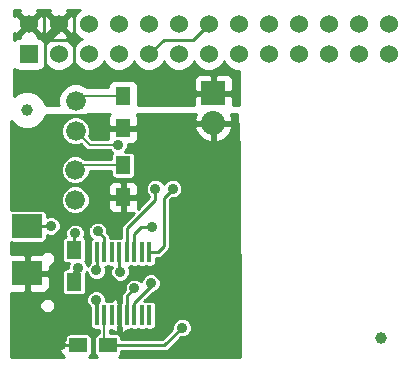
<source format=gbr>
G04 #@! TF.FileFunction,Copper,L1,Top,Signal*
%FSLAX46Y46*%
G04 Gerber Fmt 4.6, Leading zero omitted, Abs format (unit mm)*
G04 Created by KiCad (PCBNEW 4.0.1-stable) date 4/22/2016 1:25:18 PM*
%MOMM*%
G01*
G04 APERTURE LIST*
%ADD10C,0.150000*%
%ADD11R,1.500000X1.250000*%
%ADD12R,2.500000X2.000000*%
%ADD13C,1.000000*%
%ADD14R,0.406400X1.651000*%
%ADD15R,1.524000X1.524000*%
%ADD16C,1.524000*%
%ADD17C,1.676400*%
%ADD18R,1.300000X1.500000*%
%ADD19R,2.032000X2.032000*%
%ADD20O,2.032000X2.032000*%
%ADD21C,0.889000*%
%ADD22C,0.254000*%
%ADD23C,0.203200*%
G04 APERTURE END LIST*
D10*
D11*
X8616000Y-29083000D03*
X6116000Y-29083000D03*
D12*
X1800000Y-23000000D03*
X1800000Y-19000000D03*
D13*
X1778000Y-9144000D03*
X31750000Y-28448000D03*
D14*
X10223500Y-21209000D03*
X9588500Y-21209000D03*
X8953500Y-21209000D03*
X8318500Y-21209000D03*
X12128500Y-26543000D03*
X12128500Y-21209000D03*
X11493500Y-21209000D03*
X10858500Y-21209000D03*
X7683500Y-26543000D03*
X8318500Y-26543000D03*
X8953500Y-26543000D03*
X9588500Y-26543000D03*
X10223500Y-26543000D03*
X10858500Y-26543000D03*
X7683500Y-21209000D03*
X11493500Y-26543000D03*
D15*
X1905000Y-4445000D03*
D16*
X1905000Y-1905000D03*
X4445000Y-4445000D03*
X4445000Y-1905000D03*
X6985000Y-4445000D03*
X6985000Y-1905000D03*
X9525000Y-4445000D03*
X9525000Y-1905000D03*
X12065000Y-4445000D03*
X12065000Y-1905000D03*
X14605000Y-4445000D03*
X14605000Y-1905000D03*
X17145000Y-4445000D03*
X17145000Y-1905000D03*
X19685000Y-4445000D03*
X19685000Y-1905000D03*
X22225000Y-4445000D03*
X22225000Y-1905000D03*
X24765000Y-4445000D03*
X24765000Y-1905000D03*
X27305000Y-4445000D03*
X27305000Y-1905000D03*
X29845000Y-4445000D03*
X29845000Y-1905000D03*
X32385000Y-4445000D03*
X32385000Y-1905000D03*
D17*
X5842000Y-14224000D03*
X5842000Y-16764000D03*
X5880000Y-8380000D03*
X5880000Y-10920000D03*
D18*
X5760000Y-23690000D03*
X5760000Y-20990000D03*
X9906000Y-16526500D03*
X9906000Y-13826500D03*
X9906000Y-10684500D03*
X9906000Y-7984500D03*
D19*
X17550000Y-7730000D03*
D20*
X17550000Y-10270000D03*
D21*
X14908000Y-27584000D03*
X12382500Y-19050000D03*
X4980000Y-25900000D03*
X7620000Y-25240000D03*
X7650000Y-22740000D03*
X4622800Y-29083000D03*
X5840000Y-19600000D03*
X10858500Y-24257000D03*
X9652000Y-22860000D03*
X3790000Y-18960000D03*
X12636500Y-15811500D03*
X12255500Y-23812500D03*
X9460000Y-12100000D03*
X7747000Y-19431000D03*
X14097000Y-15811500D03*
X6080000Y-22500000D03*
D22*
X8318500Y-29083000D02*
X13409000Y-29083000D01*
X13409000Y-29083000D02*
X14908000Y-27584000D01*
X11430000Y-19050000D02*
X12382500Y-19050000D01*
X10858500Y-21209000D02*
X10858500Y-19621500D01*
X10858500Y-19621500D02*
X11430000Y-19050000D01*
D23*
X8318500Y-26543000D02*
X8318500Y-29083000D01*
D22*
X10858500Y-19621500D02*
X11430000Y-19050000D01*
X4445000Y-1905000D02*
X4445000Y-2445000D01*
X4445000Y-2445000D02*
X3330000Y-3560000D01*
X3330000Y-3560000D02*
X3330000Y-5870000D01*
X3330000Y-5870000D02*
X3410000Y-5950000D01*
X3224000Y-3200000D02*
X3224000Y-914000D01*
X5764000Y-3200000D02*
X5764000Y-914000D01*
X3224000Y-3200000D02*
X5764000Y-3200000D01*
X5764000Y-3200000D02*
X5764000Y-5232000D01*
X1905000Y-1905000D02*
X1929000Y-1905000D01*
X1929000Y-1905000D02*
X3224000Y-3200000D01*
X7683500Y-25303500D02*
X7620000Y-25240000D01*
X7683500Y-26543000D02*
X7683500Y-25303500D01*
X7650000Y-22740000D02*
X7683500Y-22706500D01*
X7683500Y-22706500D02*
X7683500Y-21209000D01*
X6116000Y-29083000D02*
X4622800Y-29083000D01*
X5989000Y-29210000D02*
X6116000Y-29083000D01*
X5760000Y-19680000D02*
X5840000Y-19600000D01*
X5760000Y-20990000D02*
X5760000Y-19680000D01*
X12065000Y-4445000D02*
X12139000Y-4445000D01*
X12139000Y-4445000D02*
X13384000Y-3200000D01*
X13384000Y-3200000D02*
X15850000Y-3200000D01*
X15850000Y-3200000D02*
X17145000Y-1905000D01*
X10223500Y-26543000D02*
X10223500Y-24892000D01*
X10223500Y-24892000D02*
X10858500Y-24257000D01*
X9588500Y-21209000D02*
X9588500Y-22796500D01*
X9588500Y-22796500D02*
X9652000Y-22860000D01*
X3750000Y-19000000D02*
X3790000Y-18960000D01*
X1800000Y-19000000D02*
X3750000Y-19000000D01*
X10223500Y-21209000D02*
X10223500Y-19177000D01*
X10223500Y-19177000D02*
X12636500Y-16764000D01*
X12636500Y-16764000D02*
X12636500Y-15811500D01*
D23*
X6239500Y-13826500D02*
X5842000Y-14224000D01*
X9906000Y-13826500D02*
X6239500Y-13826500D01*
X6275500Y-7984500D02*
X5880000Y-8380000D01*
X9906000Y-7984500D02*
X6275500Y-7984500D01*
D22*
X10858500Y-26543000D02*
X10858500Y-25463500D01*
X10858500Y-25463500D02*
X12255500Y-24066500D01*
X12255500Y-24066500D02*
X12255500Y-23812500D01*
D23*
X7060000Y-12100000D02*
X5880000Y-10920000D01*
X9460000Y-12100000D02*
X7060000Y-12100000D01*
D22*
X8318500Y-21209000D02*
X8318500Y-20002500D01*
X8318500Y-20002500D02*
X7747000Y-19431000D01*
X12065000Y-1905000D02*
X12065000Y-2032000D01*
X12128500Y-21209000D02*
X12827000Y-21209000D01*
X12827000Y-21209000D02*
X13335000Y-20701000D01*
X13335000Y-20701000D02*
X13335000Y-16573500D01*
X13335000Y-16573500D02*
X14097000Y-15811500D01*
X5760000Y-22820000D02*
X5760000Y-23690000D01*
X6080000Y-22500000D02*
X5760000Y-22820000D01*
X5760000Y-23380000D02*
X5760000Y-23690000D01*
G36*
X6400512Y-3174949D02*
X6194697Y-3259990D01*
X5801371Y-3652630D01*
X5715050Y-3860512D01*
X5630010Y-3654697D01*
X5237370Y-3261371D01*
X5045272Y-3181605D01*
X5176143Y-3127397D01*
X5245608Y-2885213D01*
X4445000Y-2084605D01*
X4265395Y-2264210D01*
X4265395Y-1905000D01*
X3464787Y-1104392D01*
X3222603Y-1173857D01*
X3178547Y-1297344D01*
X3127397Y-1173857D01*
X2885213Y-1104392D01*
X2084605Y-1905000D01*
X2885213Y-2705608D01*
X3127397Y-2636143D01*
X3171452Y-2512655D01*
X3222603Y-2636143D01*
X3464787Y-2705608D01*
X4265395Y-1905000D01*
X4265395Y-2264210D01*
X3644392Y-2885213D01*
X3713857Y-3127397D01*
X3854317Y-3177508D01*
X3654697Y-3259990D01*
X3300892Y-3613177D01*
X3267463Y-3440877D01*
X3127673Y-3228073D01*
X2916640Y-3085623D01*
X2667000Y-3035560D01*
X2662484Y-3035560D01*
X2705608Y-2885213D01*
X1905000Y-2084605D01*
X1104392Y-2885213D01*
X1147515Y-3035560D01*
X1143000Y-3035560D01*
X900877Y-3082537D01*
X688073Y-3222327D01*
X685000Y-3226879D01*
X685000Y-2636830D01*
X924787Y-2705608D01*
X1725395Y-1905000D01*
X924787Y-1104392D01*
X685000Y-1173169D01*
X685000Y-685000D01*
X1173169Y-685000D01*
X1104392Y-924787D01*
X1905000Y-1725395D01*
X2705608Y-924787D01*
X2636830Y-685000D01*
X3713169Y-685000D01*
X3644392Y-924787D01*
X4445000Y-1725395D01*
X5245608Y-924787D01*
X5176830Y-685000D01*
X6279379Y-685000D01*
X6194697Y-719990D01*
X5801371Y-1112630D01*
X5721605Y-1304727D01*
X5667397Y-1173857D01*
X5425213Y-1104392D01*
X4624605Y-1905000D01*
X5425213Y-2705608D01*
X5667397Y-2636143D01*
X5717508Y-2495682D01*
X5799990Y-2695303D01*
X6192630Y-3088629D01*
X6400512Y-3174949D01*
X6400512Y-3174949D01*
G37*
X6400512Y-3174949D02*
X6194697Y-3259990D01*
X5801371Y-3652630D01*
X5715050Y-3860512D01*
X5630010Y-3654697D01*
X5237370Y-3261371D01*
X5045272Y-3181605D01*
X5176143Y-3127397D01*
X5245608Y-2885213D01*
X4445000Y-2084605D01*
X4265395Y-2264210D01*
X4265395Y-1905000D01*
X3464787Y-1104392D01*
X3222603Y-1173857D01*
X3178547Y-1297344D01*
X3127397Y-1173857D01*
X2885213Y-1104392D01*
X2084605Y-1905000D01*
X2885213Y-2705608D01*
X3127397Y-2636143D01*
X3171452Y-2512655D01*
X3222603Y-2636143D01*
X3464787Y-2705608D01*
X4265395Y-1905000D01*
X4265395Y-2264210D01*
X3644392Y-2885213D01*
X3713857Y-3127397D01*
X3854317Y-3177508D01*
X3654697Y-3259990D01*
X3300892Y-3613177D01*
X3267463Y-3440877D01*
X3127673Y-3228073D01*
X2916640Y-3085623D01*
X2667000Y-3035560D01*
X2662484Y-3035560D01*
X2705608Y-2885213D01*
X1905000Y-2084605D01*
X1104392Y-2885213D01*
X1147515Y-3035560D01*
X1143000Y-3035560D01*
X900877Y-3082537D01*
X688073Y-3222327D01*
X685000Y-3226879D01*
X685000Y-2636830D01*
X924787Y-2705608D01*
X1725395Y-1905000D01*
X924787Y-1104392D01*
X685000Y-1173169D01*
X685000Y-685000D01*
X1173169Y-685000D01*
X1104392Y-924787D01*
X1905000Y-1725395D01*
X2705608Y-924787D01*
X2636830Y-685000D01*
X3713169Y-685000D01*
X3644392Y-924787D01*
X4445000Y-1725395D01*
X5245608Y-924787D01*
X5176830Y-685000D01*
X6279379Y-685000D01*
X6194697Y-719990D01*
X5801371Y-1112630D01*
X5721605Y-1304727D01*
X5667397Y-1173857D01*
X5425213Y-1104392D01*
X4624605Y-1905000D01*
X5425213Y-2705608D01*
X5667397Y-2636143D01*
X5717508Y-2495682D01*
X5799990Y-2695303D01*
X6192630Y-3088629D01*
X6400512Y-3174949D01*
G36*
X19685000Y-8763000D02*
X19201000Y-8763000D01*
X19201000Y-8619691D01*
X19201000Y-8015750D01*
X19201000Y-7444250D01*
X19201000Y-6840309D01*
X19201000Y-6587690D01*
X19104327Y-6354301D01*
X18925698Y-6175673D01*
X18692309Y-6079000D01*
X17835750Y-6079000D01*
X17677000Y-6237750D01*
X17677000Y-7603000D01*
X19042250Y-7603000D01*
X19201000Y-7444250D01*
X19201000Y-8015750D01*
X19042250Y-7857000D01*
X17677000Y-7857000D01*
X17677000Y-7877000D01*
X17423000Y-7877000D01*
X17423000Y-7857000D01*
X17423000Y-7603000D01*
X17423000Y-6237750D01*
X17264250Y-6079000D01*
X16407691Y-6079000D01*
X16174302Y-6175673D01*
X15995673Y-6354301D01*
X15899000Y-6587690D01*
X15899000Y-6840309D01*
X15899000Y-7444250D01*
X16057750Y-7603000D01*
X17423000Y-7603000D01*
X17423000Y-7857000D01*
X16057750Y-7857000D01*
X15899000Y-8015750D01*
X15899000Y-8619691D01*
X15899000Y-8763000D01*
X11197724Y-8763000D01*
X11203440Y-8734500D01*
X11203440Y-7234500D01*
X11156463Y-6992377D01*
X11016673Y-6779573D01*
X10805640Y-6637123D01*
X10556000Y-6587060D01*
X9256000Y-6587060D01*
X9013877Y-6634037D01*
X8801073Y-6773827D01*
X8658623Y-6984860D01*
X8608560Y-7234500D01*
X8608560Y-7247900D01*
X6831478Y-7247900D01*
X6715591Y-7131810D01*
X6174323Y-6907056D01*
X5588248Y-6906545D01*
X5046589Y-7130353D01*
X4631810Y-7544409D01*
X4407056Y-8085677D01*
X4406545Y-8671752D01*
X4444247Y-8763000D01*
X3380990Y-8763000D01*
X3158108Y-8223582D01*
X2700825Y-7765501D01*
X2103050Y-7517283D01*
X1455789Y-7516718D01*
X857582Y-7763892D01*
X685000Y-7936173D01*
X685000Y-5663731D01*
X893360Y-5804377D01*
X1143000Y-5854440D01*
X2667000Y-5854440D01*
X2909123Y-5807463D01*
X3121927Y-5667673D01*
X3264377Y-5456640D01*
X3300604Y-5275988D01*
X3652630Y-5628629D01*
X4165900Y-5841757D01*
X4721661Y-5842242D01*
X5235303Y-5630010D01*
X5628629Y-5237370D01*
X5714949Y-5029487D01*
X5799990Y-5235303D01*
X6192630Y-5628629D01*
X6705900Y-5841757D01*
X7261661Y-5842242D01*
X7775303Y-5630010D01*
X8168629Y-5237370D01*
X8254949Y-5029487D01*
X8339990Y-5235303D01*
X8732630Y-5628629D01*
X9245900Y-5841757D01*
X9801661Y-5842242D01*
X10315303Y-5630010D01*
X10708629Y-5237370D01*
X10794949Y-5029487D01*
X10879990Y-5235303D01*
X11272630Y-5628629D01*
X11785900Y-5841757D01*
X12341661Y-5842242D01*
X12855303Y-5630010D01*
X13248629Y-5237370D01*
X13334949Y-5029487D01*
X13419990Y-5235303D01*
X13812630Y-5628629D01*
X14325900Y-5841757D01*
X14881661Y-5842242D01*
X15395303Y-5630010D01*
X15788629Y-5237370D01*
X15874949Y-5029487D01*
X15959990Y-5235303D01*
X16352630Y-5628629D01*
X16865900Y-5841757D01*
X17421661Y-5842242D01*
X17935303Y-5630010D01*
X18328629Y-5237370D01*
X18414949Y-5029487D01*
X18499990Y-5235303D01*
X18892630Y-5628629D01*
X19405900Y-5841757D01*
X19685000Y-5842000D01*
X19685000Y-8763000D01*
X19685000Y-8763000D01*
G37*
X19685000Y-8763000D02*
X19201000Y-8763000D01*
X19201000Y-8619691D01*
X19201000Y-8015750D01*
X19201000Y-7444250D01*
X19201000Y-6840309D01*
X19201000Y-6587690D01*
X19104327Y-6354301D01*
X18925698Y-6175673D01*
X18692309Y-6079000D01*
X17835750Y-6079000D01*
X17677000Y-6237750D01*
X17677000Y-7603000D01*
X19042250Y-7603000D01*
X19201000Y-7444250D01*
X19201000Y-8015750D01*
X19042250Y-7857000D01*
X17677000Y-7857000D01*
X17677000Y-7877000D01*
X17423000Y-7877000D01*
X17423000Y-7857000D01*
X17423000Y-7603000D01*
X17423000Y-6237750D01*
X17264250Y-6079000D01*
X16407691Y-6079000D01*
X16174302Y-6175673D01*
X15995673Y-6354301D01*
X15899000Y-6587690D01*
X15899000Y-6840309D01*
X15899000Y-7444250D01*
X16057750Y-7603000D01*
X17423000Y-7603000D01*
X17423000Y-7857000D01*
X16057750Y-7857000D01*
X15899000Y-8015750D01*
X15899000Y-8619691D01*
X15899000Y-8763000D01*
X11197724Y-8763000D01*
X11203440Y-8734500D01*
X11203440Y-7234500D01*
X11156463Y-6992377D01*
X11016673Y-6779573D01*
X10805640Y-6637123D01*
X10556000Y-6587060D01*
X9256000Y-6587060D01*
X9013877Y-6634037D01*
X8801073Y-6773827D01*
X8658623Y-6984860D01*
X8608560Y-7234500D01*
X8608560Y-7247900D01*
X6831478Y-7247900D01*
X6715591Y-7131810D01*
X6174323Y-6907056D01*
X5588248Y-6906545D01*
X5046589Y-7130353D01*
X4631810Y-7544409D01*
X4407056Y-8085677D01*
X4406545Y-8671752D01*
X4444247Y-8763000D01*
X3380990Y-8763000D01*
X3158108Y-8223582D01*
X2700825Y-7765501D01*
X2103050Y-7517283D01*
X1455789Y-7516718D01*
X857582Y-7763892D01*
X685000Y-7936173D01*
X685000Y-5663731D01*
X893360Y-5804377D01*
X1143000Y-5854440D01*
X2667000Y-5854440D01*
X2909123Y-5807463D01*
X3121927Y-5667673D01*
X3264377Y-5456640D01*
X3300604Y-5275988D01*
X3652630Y-5628629D01*
X4165900Y-5841757D01*
X4721661Y-5842242D01*
X5235303Y-5630010D01*
X5628629Y-5237370D01*
X5714949Y-5029487D01*
X5799990Y-5235303D01*
X6192630Y-5628629D01*
X6705900Y-5841757D01*
X7261661Y-5842242D01*
X7775303Y-5630010D01*
X8168629Y-5237370D01*
X8254949Y-5029487D01*
X8339990Y-5235303D01*
X8732630Y-5628629D01*
X9245900Y-5841757D01*
X9801661Y-5842242D01*
X10315303Y-5630010D01*
X10708629Y-5237370D01*
X10794949Y-5029487D01*
X10879990Y-5235303D01*
X11272630Y-5628629D01*
X11785900Y-5841757D01*
X12341661Y-5842242D01*
X12855303Y-5630010D01*
X13248629Y-5237370D01*
X13334949Y-5029487D01*
X13419990Y-5235303D01*
X13812630Y-5628629D01*
X14325900Y-5841757D01*
X14881661Y-5842242D01*
X15395303Y-5630010D01*
X15788629Y-5237370D01*
X15874949Y-5029487D01*
X15959990Y-5235303D01*
X16352630Y-5628629D01*
X16865900Y-5841757D01*
X17421661Y-5842242D01*
X17935303Y-5630010D01*
X18328629Y-5237370D01*
X18414949Y-5029487D01*
X18499990Y-5235303D01*
X18892630Y-5628629D01*
X19405900Y-5841757D01*
X19685000Y-5842000D01*
X19685000Y-8763000D01*
G36*
X19809937Y-30049000D02*
X19155975Y-30049000D01*
X19155975Y-10652944D01*
X19036836Y-10397000D01*
X17677000Y-10397000D01*
X17677000Y-11757367D01*
X17932946Y-11875983D01*
X18518379Y-11607188D01*
X18956385Y-11134818D01*
X19155975Y-10652944D01*
X19155975Y-30049000D01*
X17423000Y-30049000D01*
X17423000Y-11757367D01*
X17423000Y-10397000D01*
X16063164Y-10397000D01*
X15944025Y-10652944D01*
X16143615Y-11134818D01*
X16581621Y-11607188D01*
X17167054Y-11875983D01*
X17423000Y-11757367D01*
X17423000Y-30049000D01*
X9540621Y-30049000D01*
X9638956Y-29984404D01*
X9724426Y-29857784D01*
X9754464Y-29708000D01*
X9754464Y-29591000D01*
X13409000Y-29591000D01*
X13603403Y-29552331D01*
X13768210Y-29442210D01*
X14801012Y-28409407D01*
X15071482Y-28409643D01*
X15374998Y-28284233D01*
X15607417Y-28052219D01*
X15733357Y-27748923D01*
X15733643Y-27420518D01*
X15608233Y-27117002D01*
X15376219Y-26884583D01*
X15072923Y-26758643D01*
X14922643Y-26758512D01*
X14922643Y-15648018D01*
X14797233Y-15344502D01*
X14565219Y-15112083D01*
X14261923Y-14986143D01*
X13933518Y-14985857D01*
X13630002Y-15111267D01*
X13397583Y-15343281D01*
X13366829Y-15417342D01*
X13336733Y-15344502D01*
X13104719Y-15112083D01*
X12801423Y-14986143D01*
X12473018Y-14985857D01*
X12169502Y-15111267D01*
X11937083Y-15343281D01*
X11811143Y-15646577D01*
X11810857Y-15974982D01*
X11936267Y-16278498D01*
X12128500Y-16471066D01*
X12128500Y-16553580D01*
X11128582Y-17553497D01*
X11191000Y-17402809D01*
X11191000Y-16812250D01*
X11191000Y-16240750D01*
X11191000Y-15650191D01*
X11191000Y-11560809D01*
X11191000Y-10970250D01*
X11032250Y-10811500D01*
X10033000Y-10811500D01*
X10033000Y-10831500D01*
X9779000Y-10831500D01*
X9779000Y-10811500D01*
X8779750Y-10811500D01*
X8621000Y-10970250D01*
X8621000Y-11560809D01*
X8644440Y-11617400D01*
X7259900Y-11617400D01*
X7013046Y-11370546D01*
X7098988Y-11163578D01*
X7099412Y-10678550D01*
X6914191Y-10230281D01*
X6571523Y-9887015D01*
X6123578Y-9701012D01*
X5638550Y-9700588D01*
X5190281Y-9885809D01*
X4847015Y-10228477D01*
X4661012Y-10676422D01*
X4660588Y-11161450D01*
X4845809Y-11609719D01*
X5188477Y-11952985D01*
X5636422Y-12138988D01*
X6121450Y-12139412D01*
X6330524Y-12053024D01*
X6718750Y-12441250D01*
X6875317Y-12545864D01*
X7060000Y-12582600D01*
X8775341Y-12582600D01*
X8988730Y-12796360D01*
X8983044Y-12800096D01*
X8897574Y-12926716D01*
X8867536Y-13076500D01*
X8867536Y-13343900D01*
X6686141Y-13343900D01*
X6533523Y-13191015D01*
X6085578Y-13005012D01*
X5600550Y-13004588D01*
X5152281Y-13189809D01*
X4809015Y-13532477D01*
X4623012Y-13980422D01*
X4622588Y-14465450D01*
X4807809Y-14913719D01*
X5150477Y-15256985D01*
X5598422Y-15442988D01*
X6083450Y-15443412D01*
X6531719Y-15258191D01*
X6874985Y-14915523D01*
X7060988Y-14467578D01*
X7061126Y-14309100D01*
X8867536Y-14309100D01*
X8867536Y-14576500D01*
X8895722Y-14721774D01*
X8979596Y-14849456D01*
X9106216Y-14934926D01*
X9256000Y-14964964D01*
X10556000Y-14964964D01*
X10701274Y-14936778D01*
X10828956Y-14852904D01*
X10914426Y-14726284D01*
X10944464Y-14576500D01*
X10944464Y-13076500D01*
X10916278Y-12931226D01*
X10832404Y-12803544D01*
X10705784Y-12718074D01*
X10556000Y-12688036D01*
X10039390Y-12688036D01*
X10159417Y-12568219D01*
X10285357Y-12264923D01*
X10285527Y-12069500D01*
X10429691Y-12069500D01*
X10682310Y-12069500D01*
X10915699Y-11972827D01*
X11094327Y-11794198D01*
X11191000Y-11560809D01*
X11191000Y-15650191D01*
X11094327Y-15416802D01*
X10915699Y-15238173D01*
X10682310Y-15141500D01*
X10429691Y-15141500D01*
X10191750Y-15141500D01*
X10033000Y-15300250D01*
X10033000Y-16399500D01*
X11032250Y-16399500D01*
X11191000Y-16240750D01*
X11191000Y-16812250D01*
X11032250Y-16653500D01*
X10033000Y-16653500D01*
X10033000Y-17752750D01*
X10191750Y-17911500D01*
X10429691Y-17911500D01*
X10682310Y-17911500D01*
X10832996Y-17849083D01*
X9864290Y-18817790D01*
X9779000Y-18945434D01*
X9779000Y-17752750D01*
X9779000Y-16653500D01*
X9779000Y-16399500D01*
X9779000Y-15300250D01*
X9620250Y-15141500D01*
X9382309Y-15141500D01*
X9129690Y-15141500D01*
X8896301Y-15238173D01*
X8717673Y-15416802D01*
X8621000Y-15650191D01*
X8621000Y-16240750D01*
X8779750Y-16399500D01*
X9779000Y-16399500D01*
X9779000Y-16653500D01*
X8779750Y-16653500D01*
X8621000Y-16812250D01*
X8621000Y-17402809D01*
X8717673Y-17636198D01*
X8896301Y-17814827D01*
X9129690Y-17911500D01*
X9382309Y-17911500D01*
X9620250Y-17911500D01*
X9779000Y-17752750D01*
X9779000Y-18945434D01*
X9754169Y-18982597D01*
X9715500Y-19177000D01*
X9715500Y-19995036D01*
X9385300Y-19995036D01*
X9269110Y-20017579D01*
X9156700Y-19995036D01*
X8825015Y-19995036D01*
X8787831Y-19808097D01*
X8677710Y-19643290D01*
X8572407Y-19537987D01*
X8572643Y-19267518D01*
X8447233Y-18964002D01*
X8215219Y-18731583D01*
X7911923Y-18605643D01*
X7583518Y-18605357D01*
X7280002Y-18730767D01*
X7061412Y-18948976D01*
X7061412Y-16522550D01*
X6876191Y-16074281D01*
X6533523Y-15731015D01*
X6085578Y-15545012D01*
X5600550Y-15544588D01*
X5152281Y-15729809D01*
X4809015Y-16072477D01*
X4623012Y-16520422D01*
X4622588Y-17005450D01*
X4807809Y-17453719D01*
X5150477Y-17796985D01*
X5598422Y-17982988D01*
X6083450Y-17983412D01*
X6531719Y-17798191D01*
X6874985Y-17455523D01*
X7060988Y-17007578D01*
X7061412Y-16522550D01*
X7061412Y-18948976D01*
X7047583Y-18962781D01*
X6921643Y-19266077D01*
X6921357Y-19594482D01*
X7046767Y-19897998D01*
X7236428Y-20087990D01*
X7207344Y-20107096D01*
X7121874Y-20233716D01*
X7091836Y-20383500D01*
X7091836Y-22034500D01*
X7107484Y-22115153D01*
X6950583Y-22271781D01*
X6905605Y-22380099D01*
X6905643Y-22336518D01*
X6780233Y-22033002D01*
X6715514Y-21968170D01*
X6768426Y-21889784D01*
X6798464Y-21740000D01*
X6798464Y-20240000D01*
X6770278Y-20094726D01*
X6686404Y-19967044D01*
X6604410Y-19911697D01*
X6665357Y-19764923D01*
X6665643Y-19436518D01*
X6540233Y-19133002D01*
X6308219Y-18900583D01*
X6004923Y-18774643D01*
X5676518Y-18774357D01*
X5373002Y-18899767D01*
X5140583Y-19131781D01*
X5014643Y-19435077D01*
X5014357Y-19763482D01*
X5055138Y-19862180D01*
X4964726Y-19879722D01*
X4837044Y-19963596D01*
X4751574Y-20090216D01*
X4721536Y-20240000D01*
X4721536Y-21740000D01*
X4749722Y-21885274D01*
X4833596Y-22012956D01*
X4960216Y-22098426D01*
X5110000Y-22128464D01*
X5340436Y-22128464D01*
X5254643Y-22335077D01*
X5254454Y-22551536D01*
X5110000Y-22551536D01*
X4964726Y-22579722D01*
X4837044Y-22663596D01*
X4751574Y-22790216D01*
X4721536Y-22940000D01*
X4721536Y-24440000D01*
X4749722Y-24585274D01*
X4833596Y-24712956D01*
X4960216Y-24798426D01*
X5110000Y-24828464D01*
X6410000Y-24828464D01*
X6555274Y-24800278D01*
X6682956Y-24716404D01*
X6768426Y-24589784D01*
X6798464Y-24440000D01*
X6798464Y-22940000D01*
X6796129Y-22927969D01*
X6824394Y-22859900D01*
X6824357Y-22903482D01*
X6949767Y-23206998D01*
X7181781Y-23439417D01*
X7485077Y-23565357D01*
X7813482Y-23565643D01*
X8116998Y-23440233D01*
X8349417Y-23208219D01*
X8475357Y-22904923D01*
X8475643Y-22576518D01*
X8412195Y-22422964D01*
X8521700Y-22422964D01*
X8637889Y-22400420D01*
X8750300Y-22422964D01*
X8939634Y-22422964D01*
X8826643Y-22695077D01*
X8826357Y-23023482D01*
X8951767Y-23326998D01*
X9183781Y-23559417D01*
X9487077Y-23685357D01*
X9815482Y-23685643D01*
X10118998Y-23560233D01*
X10351417Y-23328219D01*
X10477357Y-23024923D01*
X10477643Y-22696518D01*
X10364613Y-22422964D01*
X10426700Y-22422964D01*
X10542889Y-22400420D01*
X10655300Y-22422964D01*
X11061700Y-22422964D01*
X11177889Y-22400420D01*
X11290300Y-22422964D01*
X11696700Y-22422964D01*
X11812889Y-22400420D01*
X11925300Y-22422964D01*
X12331700Y-22422964D01*
X12476974Y-22394778D01*
X12604656Y-22310904D01*
X12690126Y-22184284D01*
X12720164Y-22034500D01*
X12720164Y-21717000D01*
X12827000Y-21717000D01*
X13021403Y-21678331D01*
X13186210Y-21568210D01*
X13694210Y-21060211D01*
X13694210Y-21060210D01*
X13767790Y-20950090D01*
X13804330Y-20895404D01*
X13804331Y-20895403D01*
X13842999Y-20701000D01*
X13843000Y-20701000D01*
X13843000Y-16783920D01*
X13990012Y-16636907D01*
X14260482Y-16637143D01*
X14563998Y-16511733D01*
X14796417Y-16279719D01*
X14922357Y-15976423D01*
X14922643Y-15648018D01*
X14922643Y-26758512D01*
X14744518Y-26758357D01*
X14441002Y-26883767D01*
X14208583Y-27115781D01*
X14082643Y-27419077D01*
X14082406Y-27691173D01*
X13198580Y-28575000D01*
X13081143Y-28575000D01*
X13081143Y-23649018D01*
X12955733Y-23345502D01*
X12723719Y-23113083D01*
X12420423Y-22987143D01*
X12092018Y-22986857D01*
X11788502Y-23112267D01*
X11556083Y-23344281D01*
X11430143Y-23647577D01*
X11430131Y-23661175D01*
X11326719Y-23557583D01*
X11023423Y-23431643D01*
X10695018Y-23431357D01*
X10391502Y-23556767D01*
X10159083Y-23788781D01*
X10033143Y-24092077D01*
X10032906Y-24364173D01*
X9864290Y-24532790D01*
X9754169Y-24697597D01*
X9715500Y-24892000D01*
X9715500Y-25215850D01*
X9690100Y-25241250D01*
X9690100Y-25525900D01*
X9661874Y-25567716D01*
X9631836Y-25717500D01*
X9631836Y-27368500D01*
X9660022Y-27513774D01*
X9690100Y-27559561D01*
X9690100Y-27844750D01*
X9848850Y-28003500D01*
X9918009Y-28003500D01*
X10151398Y-27906827D01*
X10301261Y-27756964D01*
X10426700Y-27756964D01*
X10542889Y-27734420D01*
X10655300Y-27756964D01*
X11061700Y-27756964D01*
X11177889Y-27734420D01*
X11290300Y-27756964D01*
X11696700Y-27756964D01*
X11812889Y-27734420D01*
X11925300Y-27756964D01*
X12331700Y-27756964D01*
X12476974Y-27728778D01*
X12604656Y-27644904D01*
X12690126Y-27518284D01*
X12720164Y-27368500D01*
X12720164Y-25717500D01*
X12691978Y-25572226D01*
X12608104Y-25444544D01*
X12481484Y-25359074D01*
X12331700Y-25329036D01*
X11925300Y-25329036D01*
X11809110Y-25351579D01*
X11708931Y-25331488D01*
X12402291Y-24638128D01*
X12418982Y-24638143D01*
X12722498Y-24512733D01*
X12954917Y-24280719D01*
X13080857Y-23977423D01*
X13081143Y-23649018D01*
X13081143Y-28575000D01*
X9754464Y-28575000D01*
X9754464Y-28458000D01*
X9726278Y-28312726D01*
X9642404Y-28185044D01*
X9515784Y-28099574D01*
X9366000Y-28069536D01*
X8801100Y-28069536D01*
X8801100Y-27756964D01*
X8875738Y-27756964D01*
X9025602Y-27906827D01*
X9258991Y-28003500D01*
X9328150Y-28003500D01*
X9486900Y-27844750D01*
X9486900Y-27560099D01*
X9515126Y-27518284D01*
X9545164Y-27368500D01*
X9545164Y-25717500D01*
X9516978Y-25572226D01*
X9486900Y-25526438D01*
X9486900Y-25241250D01*
X9328150Y-25082500D01*
X9258991Y-25082500D01*
X9025602Y-25179173D01*
X8875738Y-25329036D01*
X8750300Y-25329036D01*
X8634110Y-25351579D01*
X8521700Y-25329036D01*
X8445423Y-25329036D01*
X8445643Y-25076518D01*
X8320233Y-24773002D01*
X8088219Y-24540583D01*
X7784923Y-24414643D01*
X7456518Y-24414357D01*
X7153002Y-24539767D01*
X6920583Y-24771781D01*
X6794643Y-25075077D01*
X6794357Y-25403482D01*
X6919767Y-25706998D01*
X7091836Y-25879367D01*
X7091836Y-27368500D01*
X7120022Y-27513774D01*
X7203896Y-27641456D01*
X7330516Y-27726926D01*
X7480300Y-27756964D01*
X7835900Y-27756964D01*
X7835900Y-28075375D01*
X7720726Y-28097722D01*
X7593044Y-28181596D01*
X7507574Y-28308216D01*
X7477536Y-28458000D01*
X7477536Y-29708000D01*
X7505722Y-29853274D01*
X7589596Y-29980956D01*
X7690400Y-30049000D01*
X7040621Y-30049000D01*
X7138956Y-29984404D01*
X7224426Y-29857784D01*
X7254464Y-29708000D01*
X7254464Y-28458000D01*
X7226278Y-28312726D01*
X7142404Y-28185044D01*
X7015784Y-28099574D01*
X6866000Y-28069536D01*
X5366000Y-28069536D01*
X5220726Y-28097722D01*
X5093044Y-28181596D01*
X5007574Y-28308216D01*
X4977536Y-28458000D01*
X4977536Y-28591095D01*
X4867002Y-28636767D01*
X4634583Y-28868781D01*
X4508643Y-29172077D01*
X4508357Y-29500482D01*
X4633767Y-29803998D01*
X4865781Y-30036417D01*
X4896084Y-30049000D01*
X4131114Y-30049000D01*
X4131114Y-25600086D01*
X4131114Y-21600086D01*
X4031454Y-21358891D01*
X3847079Y-21174194D01*
X3606059Y-21074114D01*
X3345086Y-21073886D01*
X3103891Y-21173546D01*
X2919194Y-21357921D01*
X2916254Y-21365000D01*
X2085750Y-21365000D01*
X1927000Y-21523750D01*
X1927000Y-22873000D01*
X3526250Y-22873000D01*
X3685000Y-22714250D01*
X3685000Y-22353023D01*
X3846109Y-22286454D01*
X4030806Y-22102079D01*
X4130886Y-21861059D01*
X4131114Y-21600086D01*
X4131114Y-25600086D01*
X4031454Y-25358891D01*
X3847079Y-25174194D01*
X3685000Y-25106893D01*
X3685000Y-24126309D01*
X3685000Y-23285750D01*
X3526250Y-23127000D01*
X1927000Y-23127000D01*
X1927000Y-24476250D01*
X2085750Y-24635000D01*
X2923691Y-24635000D01*
X3176310Y-24635000D01*
X3409699Y-24538327D01*
X3588327Y-24359698D01*
X3685000Y-24126309D01*
X3685000Y-25106893D01*
X3606059Y-25074114D01*
X3345086Y-25073886D01*
X3103891Y-25173546D01*
X2919194Y-25357921D01*
X2819114Y-25598941D01*
X2818886Y-25859914D01*
X2918546Y-26101109D01*
X3102921Y-26285806D01*
X3343941Y-26385886D01*
X3604914Y-26386114D01*
X3846109Y-26286454D01*
X4030806Y-26102079D01*
X4130886Y-25861059D01*
X4131114Y-25600086D01*
X4131114Y-30049000D01*
X431000Y-30049000D01*
X431000Y-24635000D01*
X676309Y-24635000D01*
X1514250Y-24635000D01*
X1673000Y-24476250D01*
X1673000Y-23127000D01*
X1653000Y-23127000D01*
X1653000Y-22873000D01*
X1673000Y-22873000D01*
X1673000Y-21523750D01*
X1514250Y-21365000D01*
X676309Y-21365000D01*
X431000Y-21365000D01*
X431000Y-20364599D01*
X550000Y-20388464D01*
X3050000Y-20388464D01*
X3195274Y-20360278D01*
X3322956Y-20276404D01*
X3408426Y-20149784D01*
X3438464Y-20000000D01*
X3438464Y-19707868D01*
X3625077Y-19785357D01*
X3953482Y-19785643D01*
X4256998Y-19660233D01*
X4489417Y-19428219D01*
X4615357Y-19124923D01*
X4615643Y-18796518D01*
X4490233Y-18493002D01*
X4258219Y-18260583D01*
X3954923Y-18134643D01*
X3626518Y-18134357D01*
X3438464Y-18212059D01*
X3438464Y-18000000D01*
X3410278Y-17854726D01*
X3326404Y-17727044D01*
X3199784Y-17641574D01*
X3050000Y-17611536D01*
X550000Y-17611536D01*
X431000Y-17634624D01*
X431000Y-10097583D01*
X855175Y-10522499D01*
X1452950Y-10770717D01*
X2100211Y-10771282D01*
X2698418Y-10524108D01*
X3156499Y-10066825D01*
X3352744Y-9594212D01*
X5534338Y-9556599D01*
X5636422Y-9598988D01*
X6121450Y-9599412D01*
X6255142Y-9544171D01*
X7367095Y-9525000D01*
X8767474Y-9525000D01*
X8717673Y-9574802D01*
X8621000Y-9808191D01*
X8621000Y-10398750D01*
X8779750Y-10557500D01*
X9779000Y-10557500D01*
X9779000Y-10537500D01*
X10033000Y-10537500D01*
X10033000Y-10557500D01*
X11032250Y-10557500D01*
X11191000Y-10398750D01*
X11191000Y-9808191D01*
X11094327Y-9574802D01*
X11044525Y-9525000D01*
X16093986Y-9525000D01*
X15944025Y-9887056D01*
X16063164Y-10143000D01*
X17423000Y-10143000D01*
X17423000Y-10123000D01*
X17677000Y-10123000D01*
X17677000Y-10143000D01*
X19036836Y-10143000D01*
X19155975Y-9887056D01*
X19006013Y-9525000D01*
X19563181Y-9525000D01*
X19685019Y-12449095D01*
X19809937Y-30049000D01*
X19809937Y-30049000D01*
G37*
X19809937Y-30049000D02*
X19155975Y-30049000D01*
X19155975Y-10652944D01*
X19036836Y-10397000D01*
X17677000Y-10397000D01*
X17677000Y-11757367D01*
X17932946Y-11875983D01*
X18518379Y-11607188D01*
X18956385Y-11134818D01*
X19155975Y-10652944D01*
X19155975Y-30049000D01*
X17423000Y-30049000D01*
X17423000Y-11757367D01*
X17423000Y-10397000D01*
X16063164Y-10397000D01*
X15944025Y-10652944D01*
X16143615Y-11134818D01*
X16581621Y-11607188D01*
X17167054Y-11875983D01*
X17423000Y-11757367D01*
X17423000Y-30049000D01*
X9540621Y-30049000D01*
X9638956Y-29984404D01*
X9724426Y-29857784D01*
X9754464Y-29708000D01*
X9754464Y-29591000D01*
X13409000Y-29591000D01*
X13603403Y-29552331D01*
X13768210Y-29442210D01*
X14801012Y-28409407D01*
X15071482Y-28409643D01*
X15374998Y-28284233D01*
X15607417Y-28052219D01*
X15733357Y-27748923D01*
X15733643Y-27420518D01*
X15608233Y-27117002D01*
X15376219Y-26884583D01*
X15072923Y-26758643D01*
X14922643Y-26758512D01*
X14922643Y-15648018D01*
X14797233Y-15344502D01*
X14565219Y-15112083D01*
X14261923Y-14986143D01*
X13933518Y-14985857D01*
X13630002Y-15111267D01*
X13397583Y-15343281D01*
X13366829Y-15417342D01*
X13336733Y-15344502D01*
X13104719Y-15112083D01*
X12801423Y-14986143D01*
X12473018Y-14985857D01*
X12169502Y-15111267D01*
X11937083Y-15343281D01*
X11811143Y-15646577D01*
X11810857Y-15974982D01*
X11936267Y-16278498D01*
X12128500Y-16471066D01*
X12128500Y-16553580D01*
X11128582Y-17553497D01*
X11191000Y-17402809D01*
X11191000Y-16812250D01*
X11191000Y-16240750D01*
X11191000Y-15650191D01*
X11191000Y-11560809D01*
X11191000Y-10970250D01*
X11032250Y-10811500D01*
X10033000Y-10811500D01*
X10033000Y-10831500D01*
X9779000Y-10831500D01*
X9779000Y-10811500D01*
X8779750Y-10811500D01*
X8621000Y-10970250D01*
X8621000Y-11560809D01*
X8644440Y-11617400D01*
X7259900Y-11617400D01*
X7013046Y-11370546D01*
X7098988Y-11163578D01*
X7099412Y-10678550D01*
X6914191Y-10230281D01*
X6571523Y-9887015D01*
X6123578Y-9701012D01*
X5638550Y-9700588D01*
X5190281Y-9885809D01*
X4847015Y-10228477D01*
X4661012Y-10676422D01*
X4660588Y-11161450D01*
X4845809Y-11609719D01*
X5188477Y-11952985D01*
X5636422Y-12138988D01*
X6121450Y-12139412D01*
X6330524Y-12053024D01*
X6718750Y-12441250D01*
X6875317Y-12545864D01*
X7060000Y-12582600D01*
X8775341Y-12582600D01*
X8988730Y-12796360D01*
X8983044Y-12800096D01*
X8897574Y-12926716D01*
X8867536Y-13076500D01*
X8867536Y-13343900D01*
X6686141Y-13343900D01*
X6533523Y-13191015D01*
X6085578Y-13005012D01*
X5600550Y-13004588D01*
X5152281Y-13189809D01*
X4809015Y-13532477D01*
X4623012Y-13980422D01*
X4622588Y-14465450D01*
X4807809Y-14913719D01*
X5150477Y-15256985D01*
X5598422Y-15442988D01*
X6083450Y-15443412D01*
X6531719Y-15258191D01*
X6874985Y-14915523D01*
X7060988Y-14467578D01*
X7061126Y-14309100D01*
X8867536Y-14309100D01*
X8867536Y-14576500D01*
X8895722Y-14721774D01*
X8979596Y-14849456D01*
X9106216Y-14934926D01*
X9256000Y-14964964D01*
X10556000Y-14964964D01*
X10701274Y-14936778D01*
X10828956Y-14852904D01*
X10914426Y-14726284D01*
X10944464Y-14576500D01*
X10944464Y-13076500D01*
X10916278Y-12931226D01*
X10832404Y-12803544D01*
X10705784Y-12718074D01*
X10556000Y-12688036D01*
X10039390Y-12688036D01*
X10159417Y-12568219D01*
X10285357Y-12264923D01*
X10285527Y-12069500D01*
X10429691Y-12069500D01*
X10682310Y-12069500D01*
X10915699Y-11972827D01*
X11094327Y-11794198D01*
X11191000Y-11560809D01*
X11191000Y-15650191D01*
X11094327Y-15416802D01*
X10915699Y-15238173D01*
X10682310Y-15141500D01*
X10429691Y-15141500D01*
X10191750Y-15141500D01*
X10033000Y-15300250D01*
X10033000Y-16399500D01*
X11032250Y-16399500D01*
X11191000Y-16240750D01*
X11191000Y-16812250D01*
X11032250Y-16653500D01*
X10033000Y-16653500D01*
X10033000Y-17752750D01*
X10191750Y-17911500D01*
X10429691Y-17911500D01*
X10682310Y-17911500D01*
X10832996Y-17849083D01*
X9864290Y-18817790D01*
X9779000Y-18945434D01*
X9779000Y-17752750D01*
X9779000Y-16653500D01*
X9779000Y-16399500D01*
X9779000Y-15300250D01*
X9620250Y-15141500D01*
X9382309Y-15141500D01*
X9129690Y-15141500D01*
X8896301Y-15238173D01*
X8717673Y-15416802D01*
X8621000Y-15650191D01*
X8621000Y-16240750D01*
X8779750Y-16399500D01*
X9779000Y-16399500D01*
X9779000Y-16653500D01*
X8779750Y-16653500D01*
X8621000Y-16812250D01*
X8621000Y-17402809D01*
X8717673Y-17636198D01*
X8896301Y-17814827D01*
X9129690Y-17911500D01*
X9382309Y-17911500D01*
X9620250Y-17911500D01*
X9779000Y-17752750D01*
X9779000Y-18945434D01*
X9754169Y-18982597D01*
X9715500Y-19177000D01*
X9715500Y-19995036D01*
X9385300Y-19995036D01*
X9269110Y-20017579D01*
X9156700Y-19995036D01*
X8825015Y-19995036D01*
X8787831Y-19808097D01*
X8677710Y-19643290D01*
X8572407Y-19537987D01*
X8572643Y-19267518D01*
X8447233Y-18964002D01*
X8215219Y-18731583D01*
X7911923Y-18605643D01*
X7583518Y-18605357D01*
X7280002Y-18730767D01*
X7061412Y-18948976D01*
X7061412Y-16522550D01*
X6876191Y-16074281D01*
X6533523Y-15731015D01*
X6085578Y-15545012D01*
X5600550Y-15544588D01*
X5152281Y-15729809D01*
X4809015Y-16072477D01*
X4623012Y-16520422D01*
X4622588Y-17005450D01*
X4807809Y-17453719D01*
X5150477Y-17796985D01*
X5598422Y-17982988D01*
X6083450Y-17983412D01*
X6531719Y-17798191D01*
X6874985Y-17455523D01*
X7060988Y-17007578D01*
X7061412Y-16522550D01*
X7061412Y-18948976D01*
X7047583Y-18962781D01*
X6921643Y-19266077D01*
X6921357Y-19594482D01*
X7046767Y-19897998D01*
X7236428Y-20087990D01*
X7207344Y-20107096D01*
X7121874Y-20233716D01*
X7091836Y-20383500D01*
X7091836Y-22034500D01*
X7107484Y-22115153D01*
X6950583Y-22271781D01*
X6905605Y-22380099D01*
X6905643Y-22336518D01*
X6780233Y-22033002D01*
X6715514Y-21968170D01*
X6768426Y-21889784D01*
X6798464Y-21740000D01*
X6798464Y-20240000D01*
X6770278Y-20094726D01*
X6686404Y-19967044D01*
X6604410Y-19911697D01*
X6665357Y-19764923D01*
X6665643Y-19436518D01*
X6540233Y-19133002D01*
X6308219Y-18900583D01*
X6004923Y-18774643D01*
X5676518Y-18774357D01*
X5373002Y-18899767D01*
X5140583Y-19131781D01*
X5014643Y-19435077D01*
X5014357Y-19763482D01*
X5055138Y-19862180D01*
X4964726Y-19879722D01*
X4837044Y-19963596D01*
X4751574Y-20090216D01*
X4721536Y-20240000D01*
X4721536Y-21740000D01*
X4749722Y-21885274D01*
X4833596Y-22012956D01*
X4960216Y-22098426D01*
X5110000Y-22128464D01*
X5340436Y-22128464D01*
X5254643Y-22335077D01*
X5254454Y-22551536D01*
X5110000Y-22551536D01*
X4964726Y-22579722D01*
X4837044Y-22663596D01*
X4751574Y-22790216D01*
X4721536Y-22940000D01*
X4721536Y-24440000D01*
X4749722Y-24585274D01*
X4833596Y-24712956D01*
X4960216Y-24798426D01*
X5110000Y-24828464D01*
X6410000Y-24828464D01*
X6555274Y-24800278D01*
X6682956Y-24716404D01*
X6768426Y-24589784D01*
X6798464Y-24440000D01*
X6798464Y-22940000D01*
X6796129Y-22927969D01*
X6824394Y-22859900D01*
X6824357Y-22903482D01*
X6949767Y-23206998D01*
X7181781Y-23439417D01*
X7485077Y-23565357D01*
X7813482Y-23565643D01*
X8116998Y-23440233D01*
X8349417Y-23208219D01*
X8475357Y-22904923D01*
X8475643Y-22576518D01*
X8412195Y-22422964D01*
X8521700Y-22422964D01*
X8637889Y-22400420D01*
X8750300Y-22422964D01*
X8939634Y-22422964D01*
X8826643Y-22695077D01*
X8826357Y-23023482D01*
X8951767Y-23326998D01*
X9183781Y-23559417D01*
X9487077Y-23685357D01*
X9815482Y-23685643D01*
X10118998Y-23560233D01*
X10351417Y-23328219D01*
X10477357Y-23024923D01*
X10477643Y-22696518D01*
X10364613Y-22422964D01*
X10426700Y-22422964D01*
X10542889Y-22400420D01*
X10655300Y-22422964D01*
X11061700Y-22422964D01*
X11177889Y-22400420D01*
X11290300Y-22422964D01*
X11696700Y-22422964D01*
X11812889Y-22400420D01*
X11925300Y-22422964D01*
X12331700Y-22422964D01*
X12476974Y-22394778D01*
X12604656Y-22310904D01*
X12690126Y-22184284D01*
X12720164Y-22034500D01*
X12720164Y-21717000D01*
X12827000Y-21717000D01*
X13021403Y-21678331D01*
X13186210Y-21568210D01*
X13694210Y-21060211D01*
X13694210Y-21060210D01*
X13767790Y-20950090D01*
X13804330Y-20895404D01*
X13804331Y-20895403D01*
X13842999Y-20701000D01*
X13843000Y-20701000D01*
X13843000Y-16783920D01*
X13990012Y-16636907D01*
X14260482Y-16637143D01*
X14563998Y-16511733D01*
X14796417Y-16279719D01*
X14922357Y-15976423D01*
X14922643Y-15648018D01*
X14922643Y-26758512D01*
X14744518Y-26758357D01*
X14441002Y-26883767D01*
X14208583Y-27115781D01*
X14082643Y-27419077D01*
X14082406Y-27691173D01*
X13198580Y-28575000D01*
X13081143Y-28575000D01*
X13081143Y-23649018D01*
X12955733Y-23345502D01*
X12723719Y-23113083D01*
X12420423Y-22987143D01*
X12092018Y-22986857D01*
X11788502Y-23112267D01*
X11556083Y-23344281D01*
X11430143Y-23647577D01*
X11430131Y-23661175D01*
X11326719Y-23557583D01*
X11023423Y-23431643D01*
X10695018Y-23431357D01*
X10391502Y-23556767D01*
X10159083Y-23788781D01*
X10033143Y-24092077D01*
X10032906Y-24364173D01*
X9864290Y-24532790D01*
X9754169Y-24697597D01*
X9715500Y-24892000D01*
X9715500Y-25215850D01*
X9690100Y-25241250D01*
X9690100Y-25525900D01*
X9661874Y-25567716D01*
X9631836Y-25717500D01*
X9631836Y-27368500D01*
X9660022Y-27513774D01*
X9690100Y-27559561D01*
X9690100Y-27844750D01*
X9848850Y-28003500D01*
X9918009Y-28003500D01*
X10151398Y-27906827D01*
X10301261Y-27756964D01*
X10426700Y-27756964D01*
X10542889Y-27734420D01*
X10655300Y-27756964D01*
X11061700Y-27756964D01*
X11177889Y-27734420D01*
X11290300Y-27756964D01*
X11696700Y-27756964D01*
X11812889Y-27734420D01*
X11925300Y-27756964D01*
X12331700Y-27756964D01*
X12476974Y-27728778D01*
X12604656Y-27644904D01*
X12690126Y-27518284D01*
X12720164Y-27368500D01*
X12720164Y-25717500D01*
X12691978Y-25572226D01*
X12608104Y-25444544D01*
X12481484Y-25359074D01*
X12331700Y-25329036D01*
X11925300Y-25329036D01*
X11809110Y-25351579D01*
X11708931Y-25331488D01*
X12402291Y-24638128D01*
X12418982Y-24638143D01*
X12722498Y-24512733D01*
X12954917Y-24280719D01*
X13080857Y-23977423D01*
X13081143Y-23649018D01*
X13081143Y-28575000D01*
X9754464Y-28575000D01*
X9754464Y-28458000D01*
X9726278Y-28312726D01*
X9642404Y-28185044D01*
X9515784Y-28099574D01*
X9366000Y-28069536D01*
X8801100Y-28069536D01*
X8801100Y-27756964D01*
X8875738Y-27756964D01*
X9025602Y-27906827D01*
X9258991Y-28003500D01*
X9328150Y-28003500D01*
X9486900Y-27844750D01*
X9486900Y-27560099D01*
X9515126Y-27518284D01*
X9545164Y-27368500D01*
X9545164Y-25717500D01*
X9516978Y-25572226D01*
X9486900Y-25526438D01*
X9486900Y-25241250D01*
X9328150Y-25082500D01*
X9258991Y-25082500D01*
X9025602Y-25179173D01*
X8875738Y-25329036D01*
X8750300Y-25329036D01*
X8634110Y-25351579D01*
X8521700Y-25329036D01*
X8445423Y-25329036D01*
X8445643Y-25076518D01*
X8320233Y-24773002D01*
X8088219Y-24540583D01*
X7784923Y-24414643D01*
X7456518Y-24414357D01*
X7153002Y-24539767D01*
X6920583Y-24771781D01*
X6794643Y-25075077D01*
X6794357Y-25403482D01*
X6919767Y-25706998D01*
X7091836Y-25879367D01*
X7091836Y-27368500D01*
X7120022Y-27513774D01*
X7203896Y-27641456D01*
X7330516Y-27726926D01*
X7480300Y-27756964D01*
X7835900Y-27756964D01*
X7835900Y-28075375D01*
X7720726Y-28097722D01*
X7593044Y-28181596D01*
X7507574Y-28308216D01*
X7477536Y-28458000D01*
X7477536Y-29708000D01*
X7505722Y-29853274D01*
X7589596Y-29980956D01*
X7690400Y-30049000D01*
X7040621Y-30049000D01*
X7138956Y-29984404D01*
X7224426Y-29857784D01*
X7254464Y-29708000D01*
X7254464Y-28458000D01*
X7226278Y-28312726D01*
X7142404Y-28185044D01*
X7015784Y-28099574D01*
X6866000Y-28069536D01*
X5366000Y-28069536D01*
X5220726Y-28097722D01*
X5093044Y-28181596D01*
X5007574Y-28308216D01*
X4977536Y-28458000D01*
X4977536Y-28591095D01*
X4867002Y-28636767D01*
X4634583Y-28868781D01*
X4508643Y-29172077D01*
X4508357Y-29500482D01*
X4633767Y-29803998D01*
X4865781Y-30036417D01*
X4896084Y-30049000D01*
X4131114Y-30049000D01*
X4131114Y-25600086D01*
X4131114Y-21600086D01*
X4031454Y-21358891D01*
X3847079Y-21174194D01*
X3606059Y-21074114D01*
X3345086Y-21073886D01*
X3103891Y-21173546D01*
X2919194Y-21357921D01*
X2916254Y-21365000D01*
X2085750Y-21365000D01*
X1927000Y-21523750D01*
X1927000Y-22873000D01*
X3526250Y-22873000D01*
X3685000Y-22714250D01*
X3685000Y-22353023D01*
X3846109Y-22286454D01*
X4030806Y-22102079D01*
X4130886Y-21861059D01*
X4131114Y-21600086D01*
X4131114Y-25600086D01*
X4031454Y-25358891D01*
X3847079Y-25174194D01*
X3685000Y-25106893D01*
X3685000Y-24126309D01*
X3685000Y-23285750D01*
X3526250Y-23127000D01*
X1927000Y-23127000D01*
X1927000Y-24476250D01*
X2085750Y-24635000D01*
X2923691Y-24635000D01*
X3176310Y-24635000D01*
X3409699Y-24538327D01*
X3588327Y-24359698D01*
X3685000Y-24126309D01*
X3685000Y-25106893D01*
X3606059Y-25074114D01*
X3345086Y-25073886D01*
X3103891Y-25173546D01*
X2919194Y-25357921D01*
X2819114Y-25598941D01*
X2818886Y-25859914D01*
X2918546Y-26101109D01*
X3102921Y-26285806D01*
X3343941Y-26385886D01*
X3604914Y-26386114D01*
X3846109Y-26286454D01*
X4030806Y-26102079D01*
X4130886Y-25861059D01*
X4131114Y-25600086D01*
X4131114Y-30049000D01*
X431000Y-30049000D01*
X431000Y-24635000D01*
X676309Y-24635000D01*
X1514250Y-24635000D01*
X1673000Y-24476250D01*
X1673000Y-23127000D01*
X1653000Y-23127000D01*
X1653000Y-22873000D01*
X1673000Y-22873000D01*
X1673000Y-21523750D01*
X1514250Y-21365000D01*
X676309Y-21365000D01*
X431000Y-21365000D01*
X431000Y-20364599D01*
X550000Y-20388464D01*
X3050000Y-20388464D01*
X3195274Y-20360278D01*
X3322956Y-20276404D01*
X3408426Y-20149784D01*
X3438464Y-20000000D01*
X3438464Y-19707868D01*
X3625077Y-19785357D01*
X3953482Y-19785643D01*
X4256998Y-19660233D01*
X4489417Y-19428219D01*
X4615357Y-19124923D01*
X4615643Y-18796518D01*
X4490233Y-18493002D01*
X4258219Y-18260583D01*
X3954923Y-18134643D01*
X3626518Y-18134357D01*
X3438464Y-18212059D01*
X3438464Y-18000000D01*
X3410278Y-17854726D01*
X3326404Y-17727044D01*
X3199784Y-17641574D01*
X3050000Y-17611536D01*
X550000Y-17611536D01*
X431000Y-17634624D01*
X431000Y-10097583D01*
X855175Y-10522499D01*
X1452950Y-10770717D01*
X2100211Y-10771282D01*
X2698418Y-10524108D01*
X3156499Y-10066825D01*
X3352744Y-9594212D01*
X5534338Y-9556599D01*
X5636422Y-9598988D01*
X6121450Y-9599412D01*
X6255142Y-9544171D01*
X7367095Y-9525000D01*
X8767474Y-9525000D01*
X8717673Y-9574802D01*
X8621000Y-9808191D01*
X8621000Y-10398750D01*
X8779750Y-10557500D01*
X9779000Y-10557500D01*
X9779000Y-10537500D01*
X10033000Y-10537500D01*
X10033000Y-10557500D01*
X11032250Y-10557500D01*
X11191000Y-10398750D01*
X11191000Y-9808191D01*
X11094327Y-9574802D01*
X11044525Y-9525000D01*
X16093986Y-9525000D01*
X15944025Y-9887056D01*
X16063164Y-10143000D01*
X17423000Y-10143000D01*
X17423000Y-10123000D01*
X17677000Y-10123000D01*
X17677000Y-10143000D01*
X19036836Y-10143000D01*
X19155975Y-9887056D01*
X19006013Y-9525000D01*
X19563181Y-9525000D01*
X19685019Y-12449095D01*
X19809937Y-30049000D01*
M02*

</source>
